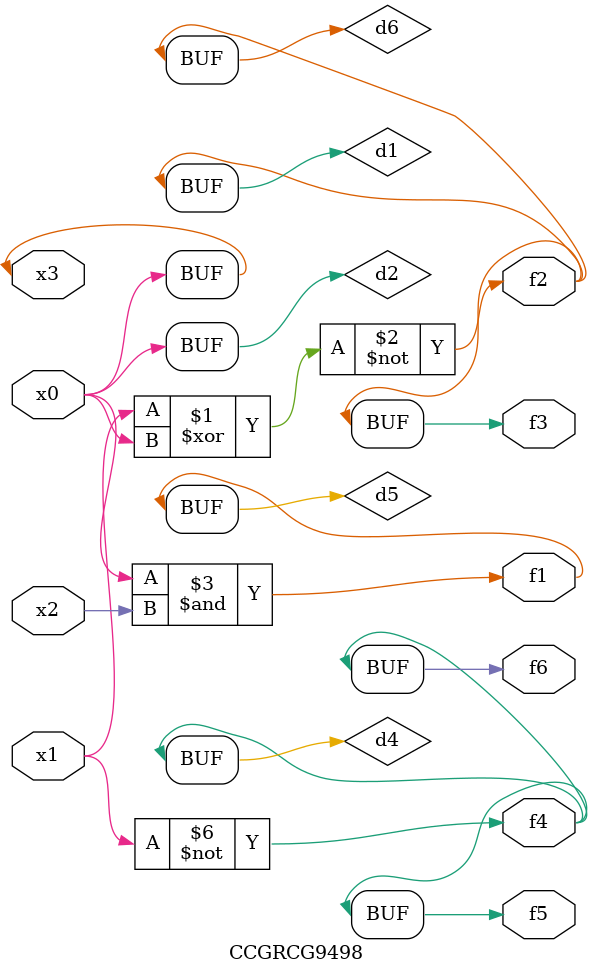
<source format=v>
module CCGRCG9498(
	input x0, x1, x2, x3,
	output f1, f2, f3, f4, f5, f6
);

	wire d1, d2, d3, d4, d5, d6;

	xnor (d1, x1, x3);
	buf (d2, x0, x3);
	nand (d3, x0, x2);
	not (d4, x1);
	nand (d5, d3);
	or (d6, d1);
	assign f1 = d5;
	assign f2 = d6;
	assign f3 = d6;
	assign f4 = d4;
	assign f5 = d4;
	assign f6 = d4;
endmodule

</source>
